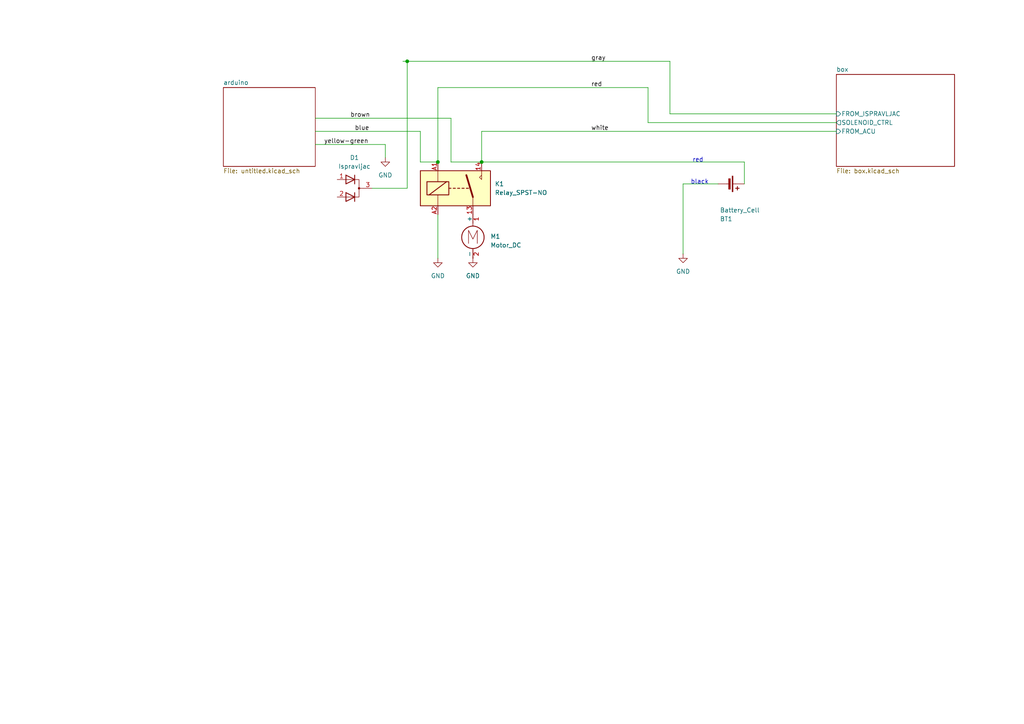
<source format=kicad_sch>
(kicad_sch (version 20231120) (generator "eeschema") (generator_version "8.0")
  (paper "A4")
  (lib_symbols
    (symbol "Device:Battery_Cell" (pin_numbers hide) (pin_names (offset 0) hide)
      (property "Reference" "BT" (at 2.54 2.54 0))
      (property "Value" "Battery_Cell" (at 2.54 0 0))
      (symbol "Battery_Cell_0_1"
        (rectangle (start -2.286 1.778) (end 2.286 1.524) (fill (type outline)))
        (rectangle (start -1.524 1.016) (end 1.524 0.508) (fill (type outline)))
        (polyline (pts (xy 0 0.762) (xy 0 0)))
        (polyline (pts (xy 0 1.778) (xy 0 2.54)))
        (polyline (pts (xy 0.762 3.048) (xy 1.778 3.048)) (stroke (width 0.254)))
        (polyline (pts (xy 1.27 3.556) (xy 1.27 2.54)) (stroke (width 0.254)))
      )
      (symbol "Battery_Cell_1_1"
        (pin passive line (at 0 5.08 270) (length 2.54) (name "+") (number "1"))
        (pin passive line (at 0 -2.54 90) (length 2.54) (name "-") (number "2"))
      )
    )
    (symbol "Device:D_Dual_CommonCathode_AAK_Parallel" (pin_names (offset 0.762) hide)
      (property "Reference" "D" (at 0 5.08 0))
      (property "Value" "D_Dual_CommonCathode_AAK_Parallel" (at 0 -5.08 0))
      (symbol "D_Dual_CommonCathode_AAK_Parallel_0_0"
        (polyline (pts (xy 0 -1.27) (xy 0 -3.81)) (stroke (width 0.254)))
        (polyline (pts (xy 0 1.27) (xy 0 3.81)) (stroke (width 0.254)))
      )
      (symbol "D_Dual_CommonCathode_AAK_Parallel_0_1"
        (polyline (pts (xy 1.27 0) (xy 2.54 0)))
        (polyline (pts (xy -2.54 -2.54) (xy 1.27 -2.54) (xy 1.27 2.54) (xy -2.54 2.54)))
        (polyline (pts (xy -2.54 -1.27) (xy 0 -2.54) (xy -2.54 -3.81) (xy -2.54 -1.27) (xy -2.54 -1.27) (xy -2.54 -1.27)) (stroke (width 0.254)))
        (polyline (pts (xy -2.54 3.81) (xy 0 2.54) (xy -2.54 1.27) (xy -2.54 3.81) (xy -2.54 3.81) (xy -2.54 3.81)) (stroke (width 0.254)))
        (circle (center 1.27 0) (radius 0.254) (fill (type outline)))
        (pin passive line (at -5.08 2.54 0) (length 2.54) (name "K") (number "1"))
        (pin passive line (at -5.08 -2.54 0) (length 2.54) (name "K") (number "2"))
        (pin passive line (at 5.08 0 180) (length 2.54) (name "A") (number "3"))
      )
    )
    (symbol "Motor:Motor_DC" (pin_names (offset 0))
      (property "Reference" "M" (at 2.54 2.54 0))
      (property "Value" "Motor_DC" (at 2.54 -5.08 0))
      (symbol "Motor_DC_0_0"
        (polyline (pts (xy -1.27 -3.302) (xy -1.27 0.508) (xy 0 -2.032) (xy 1.27 0.508) (xy 1.27 -3.302)))
      )
      (symbol "Motor_DC_0_1"
        (circle (center 0 -1.524) (radius 3.2512) (stroke (width 0.254)))
        (polyline (pts (xy 0 -7.62) (xy 0 -7.112)))
        (polyline (pts (xy 0 -4.7752) (xy 0 -5.1816)))
        (polyline (pts (xy 0 1.7272) (xy 0 2.0828)))
        (polyline (pts (xy 0 2.032) (xy 0 2.54)))
      )
      (symbol "Motor_DC_1_1"
        (pin passive line (at 0 5.08 270) (length 2.54) (name "+") (number "1"))
        (pin passive line (at 0 -7.62 90) (length 2.54) (name "-") (number "2"))
      )
    )
    (symbol "Relay:Relay_SPST-NO"
      (property "Reference" "K" (at 11.43 3.81 0))
      (property "Value" "Relay_SPST-NO" (at 11.43 1.27 0))
      (symbol "Relay_SPST-NO_0_0"
        (polyline (pts (xy 7.62 5.08) (xy 7.62 2.54) (xy 6.985 3.175) (xy 7.62 3.81)))
      )
      (symbol "Relay_SPST-NO_0_1"
        (rectangle (start -10.16 5.08) (end 10.16 -5.08) (stroke (width 0.254)) (fill (type background)))
        (rectangle (start -8.255 1.905) (end -1.905 -1.905) (stroke (width 0.254)))
        (polyline (pts (xy -7.62 -1.905) (xy -2.54 1.905)) (stroke (width 0.254)))
        (polyline (pts (xy -5.08 -5.08) (xy -5.08 -1.905)))
        (polyline (pts (xy -5.08 5.08) (xy -5.08 1.905)))
        (polyline (pts (xy -1.905 0) (xy -1.27 0)) (stroke (width 0.254)))
        (polyline (pts (xy -0.635 0) (xy 0 0)) (stroke (width 0.254)))
        (polyline (pts (xy 0.635 0) (xy 1.27 0)) (stroke (width 0.254)))
        (polyline (pts (xy 1.905 0) (xy 2.54 0)) (stroke (width 0.254)))
        (polyline (pts (xy 3.175 0) (xy 3.81 0)) (stroke (width 0.254)))
        (polyline (pts (xy 5.08 -2.54) (xy 3.175 3.81)) (stroke (width 0.508)))
        (polyline (pts (xy 5.08 -2.54) (xy 5.08 -5.08)))
      )
      (symbol "Relay_SPST-NO_1_1"
        (pin passive line (at 5.08 -7.62 90) (length 2.54) (name "~") (number "13"))
        (pin passive line (at 7.62 7.62 270) (length 2.54) (name "~") (number "14"))
        (pin passive line (at -5.08 7.62 270) (length 2.54) (name "~") (number "A1"))
        (pin passive line (at -5.08 -7.62 90) (length 2.54) (name "~") (number "A2"))
      )
    )
    (symbol "power:GND" (power) (pin_numbers hide) (pin_names (offset 0) hide)
      (property "Value" "GND" (at 0 -3.81 0))
      (symbol "GND_0_1"
        (polyline (pts (xy 0 0) (xy 0 -1.27) (xy 1.27 -1.27) (xy 0 -2.54) (xy -1.27 -1.27) (xy 0 -1.27)))
      )
      (symbol "GND_1_1"
        (pin power_in line (at 0 0 270) (length 0) (name "~") (number "1"))
      )
    )
  )
  (junction (at 139.7 46.99))
  (junction (at 118.11 17.78))
  (junction (at 127 46.99))
  (wire (pts (xy 139.7 46.99) (xy 130.81 46.99)))
  (wire (pts (xy 127 46.99) (xy 121.92 46.99)))
  (wire (pts (xy 127 25.4) (xy 127 46.99)))
  (wire (pts (xy 107.95 54.61) (xy 118.11 54.61)))
  (wire (pts (xy 118.11 17.78) (xy 194.31 17.78)))
  (wire (pts (xy 215.9 53.34) (xy 215.9 46.99)))
  (wire (pts (xy 127 25.4) (xy 187.96 25.4)))
  (wire (pts (xy 194.31 33.02) (xy 242.57 33.02)))
  (wire (pts (xy 139.7 46.99) (xy 215.9 46.99)))
  (wire (pts (xy 91.44 38.1) (xy 121.92 38.1)))
  (wire (pts (xy 127 62.23) (xy 127 74.93)))
  (wire (pts (xy 139.7 38.1) (xy 242.57 38.1)))
  (wire (pts (xy 116.84 17.78) (xy 118.11 17.78)))
  (wire (pts (xy 91.44 41.91) (xy 111.76 41.91)))
  (wire (pts (xy 111.76 41.91) (xy 111.76 45.72)))
  (wire (pts (xy 198.12 53.34) (xy 208.28 53.34)))
  (wire (pts (xy 118.11 54.61) (xy 118.11 17.78)))
  (wire (pts (xy 121.92 46.99) (xy 121.92 38.1)))
  (wire (pts (xy 139.7 46.99) (xy 139.7 38.1)))
  (wire (pts (xy 130.81 46.99) (xy 130.81 34.29)))
  (wire (pts (xy 187.96 25.4) (xy 187.96 35.56)))
  (wire (pts (xy 198.12 73.66) (xy 198.12 53.34)))
  (wire (pts (xy 187.96 35.56) (xy 242.57 35.56)))
  (wire (pts (xy 194.31 17.78) (xy 194.31 33.02)))
  (wire (pts (xy 91.44 34.29) (xy 130.81 34.29)))
  (text "black" (at 202.946 52.832 0) (effects (font (size 1.27 1.27))))
  (text "red" (at 202.438 46.482 0) (effects (font (size 1.27 1.27))))
  (label "brown" (at 101.6 34.29 0))
  (label "blue" (at 102.87 38.1 0))
  (label "red" (at 171.45 25.4 0))
  (label "yellow-green" (at 93.98 41.91 0))
  (label "white" (at 171.45 38.1 0))
  (label "gray" (at 171.45 17.78 0))
  (symbol (lib_id "Device:D_Dual_CommonCathode_AAK_Parallel") (at 102.87 54.61 0) (unit 1)
    (property "Reference" "D1" (at 102.8065 45.72 0))
    (property "Value" "Ispravljac" (at 102.8065 48.26 0))
    (property "Description" "Dual diode, common anode on pin 1" (effects (hide yes)))
  )
  (symbol (lib_id "Device:Battery_Cell") (at 210.82 53.34 270) (unit 1)
    (property "Reference" "BT1" (at 208.788 63.5 90) (effects (justify left)))
    (property "Value" "Battery_Cell" (at 208.788 60.96 90) (effects (justify left)))
    (property "Description" "Single-cell battery" (effects (hide yes)))
  )
  (symbol (lib_id "Relay:Relay_SPST-NO") (at 132.08 54.61 0) (unit 1)
    (property "Reference" "K1" (at 143.51 53.3399 0) (effects (justify left)))
    (property "Value" "Relay_SPST-NO" (at 143.51 55.8799 0) (effects (justify left)))
    (property "Description" "Relay SPST, Normally Open, EN50005" (effects (hide yes)))
  )
  (symbol (lib_id "Motor:Motor_DC") (at 137.16 67.31 0) (unit 1)
    (property "Reference" "M1" (at 142.24 68.5799 0) (effects (justify left)))
    (property "Value" "Motor_DC" (at 142.24 71.1199 0) (effects (justify left)))
    (property "Description" "DC Motor" (effects (hide yes)))
  )
  (symbol (lib_id "power:GND") (at 111.76 45.72 0) (unit 1)
    (property "Reference" "#PWR07" (effects (hide yes)))
    (property "Value" "GND" (at 111.76 50.8 0))
    (property "Description" "Power symbol creates a global label with name \"GND\" , ground" (effects (hide yes)))
  )
  (symbol (lib_id "power:GND") (at 127 74.93 0) (unit 1)
    (property "Reference" "#PWR03" (effects (hide yes)))
    (property "Value" "GND" (at 127 80.01 0))
    (property "Description" "Power symbol creates a global label with name \"GND\" , ground" (effects (hide yes)))
  )
  (symbol (lib_id "power:GND") (at 137.16 74.93 0) (unit 1)
    (property "Reference" "#PWR02" (effects (hide yes)))
    (property "Value" "GND" (at 137.16 80.01 0))
    (property "Description" "Power symbol creates a global label with name \"GND\" , ground" (effects (hide yes)))
  )
  (symbol (lib_id "power:GND") (at 198.12 73.66 0) (unit 1)
    (property "Reference" "#PWR01" (effects (hide yes)))
    (property "Value" "GND" (at 198.12 78.74 0))
    (property "Description" "Power symbol creates a global label with name \"GND\" , ground" (effects (hide yes)))
  )
  (sheet (at 242.57 21.59) (size 34.29 26.67) (stroke (width 0.1524))
    (property "Sheetname" "box" (at 242.57 20.8784 0) (effects (justify left bottom)))
    (property "Sheetfile" "box.kicad_sch" (at 242.57 48.8446 0) (effects (justify left top)))
    (pin "SOLENOID_CTRL" output (at 242.57 35.56 180))
    (pin "FROM_ACU" input (at 242.57 38.1 180))
    (pin "FROM_ISPRAVLJAC" input (at 242.57 33.02 180))
  )
  (sheet (at 64.77 25.4) (size 26.67 22.86) (stroke (width 0.1524))
    (property "Sheetname" "arduino" (at 64.77 24.6884 0) (effects (justify left bottom)))
    (property "Sheetfile" "untitled.kicad_sch" (at 64.77 48.8446 0) (effects (justify left top)))
  )
)
</source>
